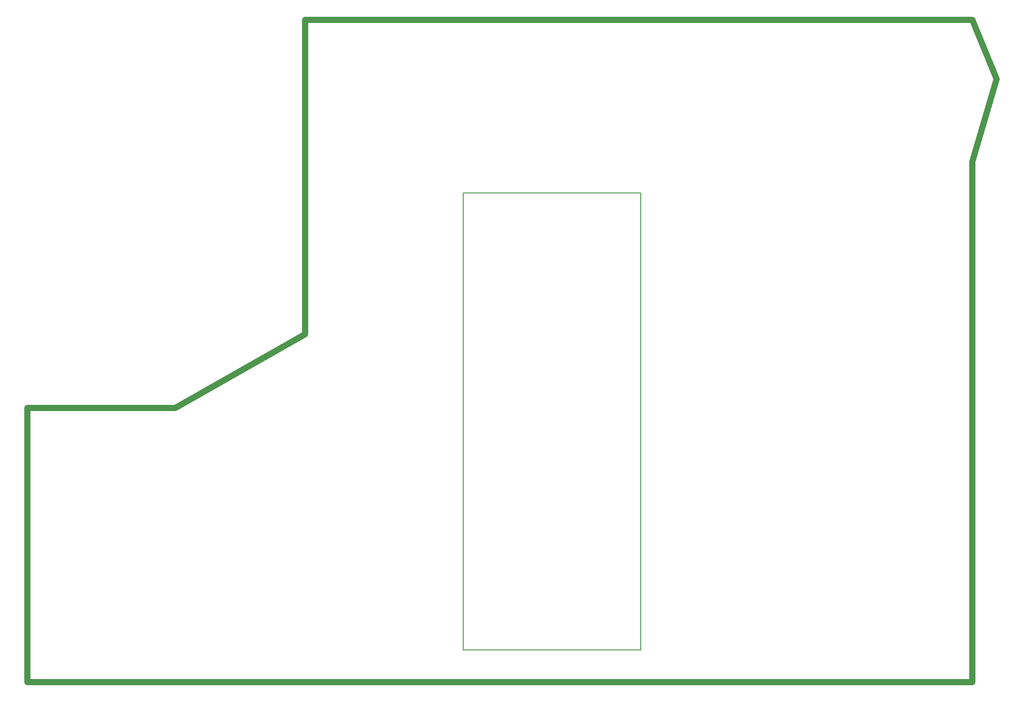
<source format=gko>
G04*
G04 #@! TF.GenerationSoftware,Altium Limited,Altium Designer,22.5.1 (42)*
G04*
G04 Layer_Color=32896*
%FSLAX25Y25*%
%MOIN*%
G70*
G04*
G04 #@! TF.SameCoordinates,BCAEEF40-FC7A-4757-A31B-5A02ED430FC2*
G04*
G04*
G04 #@! TF.FilePolarity,Positive*
G04*
G01*
G75*
%ADD11C,0.00787*%
%ADD149C,0.04724*%
D11*
X600394Y369390D02*
X734252D01*
Y24311D02*
Y369390D01*
X734154Y24213D02*
X734252Y24311D01*
X600394Y24213D02*
X734154D01*
X600394D02*
Y369390D01*
D149*
X481000Y455409D02*
Y500000D01*
X271400Y0D02*
Y207172D01*
X382923D01*
X481000Y262700D01*
Y455409D01*
Y500000D02*
X984500D01*
X1003000Y455409D01*
X984500Y392953D02*
X1003000Y455409D01*
X984500Y0D02*
Y392953D01*
X271400Y0D02*
X984500D01*
M02*

</source>
